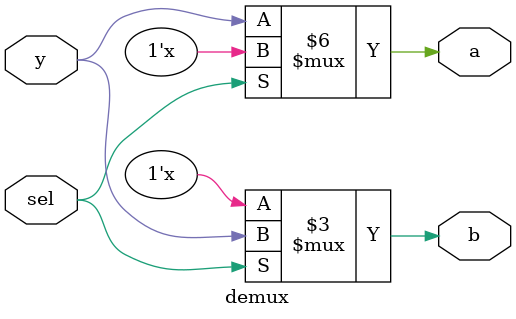
<source format=v>
module demux(a,b,sel,y);
  input sel,y;
  output reg a,b;

  always @(y or sel)
    begin
      if(sel)
        b=y;
      else
        a=y;
    end
endmodule

</source>
